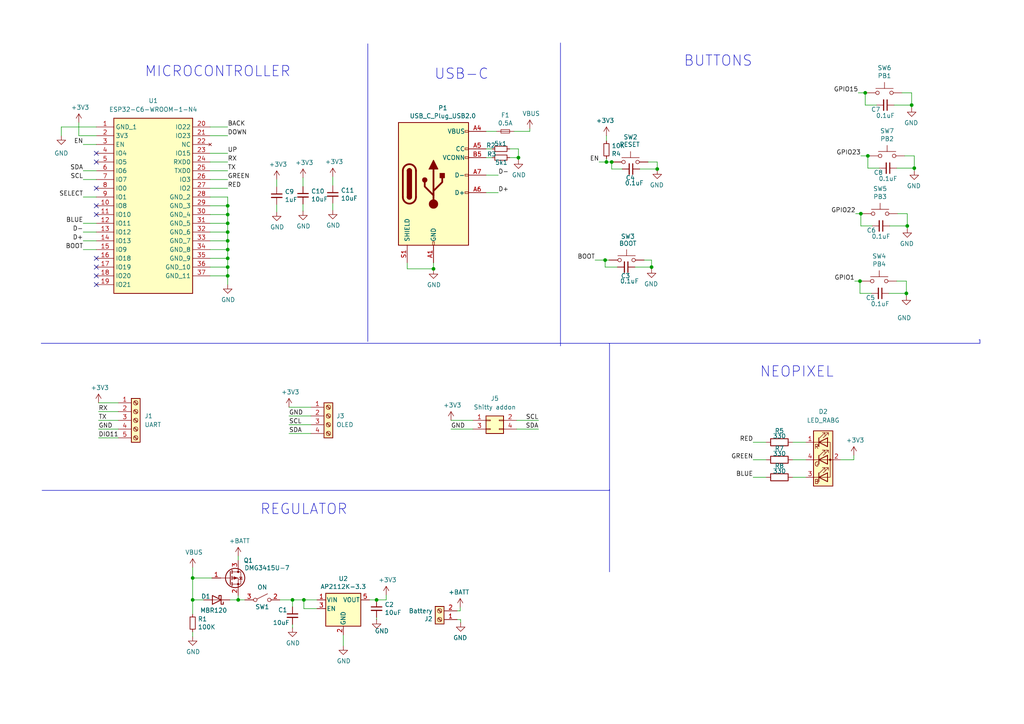
<source format=kicad_sch>
(kicad_sch (version 20231120) (generator "eeschema") (generator_version "8.0")
  (paper "A4")
  (lib_symbols
    (symbol "Connector:Screw_Terminal_01x02" (pin_names (offset 1.016) hide)
      (property "Reference" "J" (at 0 2.54 0))
      (property "Value" "Screw_Terminal_01x02" (at 0 -5.08 0))
      (symbol "Screw_Terminal_01x02_1_1"
        (rectangle (start -1.27 1.27) (end 1.27 -3.81) (stroke (width 0.254)) (fill (type background)))
        (circle (center 0 -2.54) (radius 0.635) (stroke (width 0.1524)))
        (polyline (pts (xy -0.5334 -2.2098) (xy 0.3302 -3.048)) (stroke (width 0.1524)))
        (polyline (pts (xy -0.5334 0.3302) (xy 0.3302 -0.508)) (stroke (width 0.1524)))
        (polyline (pts (xy -0.3556 -2.032) (xy 0.508 -2.8702)) (stroke (width 0.1524)))
        (polyline (pts (xy -0.3556 0.508) (xy 0.508 -0.3302)) (stroke (width 0.1524)))
        (circle (center 0 0) (radius 0.635) (stroke (width 0.1524)))
        (pin passive line (at -5.08 0 0) (length 3.81) (name "Pin_1") (number "1"))
        (pin passive line (at -5.08 -2.54 0) (length 3.81) (name "Pin_2") (number "2"))
      )
    )
    (symbol "Connector:Screw_Terminal_01x04" (pin_names (offset 1.016) hide)
      (property "Reference" "J" (at 0 5.08 0))
      (property "Value" "Screw_Terminal_01x04" (at 0 -7.62 0))
      (symbol "Screw_Terminal_01x04_1_1"
        (rectangle (start -1.27 3.81) (end 1.27 -6.35) (stroke (width 0.254)) (fill (type background)))
        (circle (center 0 -5.08) (radius 0.635) (stroke (width 0.1524)))
        (circle (center 0 -2.54) (radius 0.635) (stroke (width 0.1524)))
        (polyline (pts (xy -0.5334 -4.7498) (xy 0.3302 -5.588)) (stroke (width 0.1524)))
        (polyline (pts (xy -0.5334 -2.2098) (xy 0.3302 -3.048)) (stroke (width 0.1524)))
        (polyline (pts (xy -0.5334 0.3302) (xy 0.3302 -0.508)) (stroke (width 0.1524)))
        (polyline (pts (xy -0.5334 2.8702) (xy 0.3302 2.032)) (stroke (width 0.1524)))
        (polyline (pts (xy -0.3556 -4.572) (xy 0.508 -5.4102)) (stroke (width 0.1524)))
        (polyline (pts (xy -0.3556 -2.032) (xy 0.508 -2.8702)) (stroke (width 0.1524)))
        (polyline (pts (xy -0.3556 0.508) (xy 0.508 -0.3302)) (stroke (width 0.1524)))
        (polyline (pts (xy -0.3556 3.048) (xy 0.508 2.2098)) (stroke (width 0.1524)))
        (circle (center 0 0) (radius 0.635) (stroke (width 0.1524)))
        (circle (center 0 2.54) (radius 0.635) (stroke (width 0.1524)))
        (pin passive line (at -5.08 2.54 0) (length 3.81) (name "Pin_1") (number "1"))
        (pin passive line (at -5.08 0 0) (length 3.81) (name "Pin_2") (number "2"))
        (pin passive line (at -5.08 -2.54 0) (length 3.81) (name "Pin_3") (number "3"))
        (pin passive line (at -5.08 -5.08 0) (length 3.81) (name "Pin_4") (number "4"))
      )
    )
    (symbol "Connector:Screw_Terminal_01x05" (pin_names (offset 1.016) hide)
      (property "Reference" "J" (at 0 7.62 0))
      (property "Value" "Screw_Terminal_01x05" (at 0 -7.62 0))
      (symbol "Screw_Terminal_01x05_1_1"
        (rectangle (start -1.27 6.35) (end 1.27 -6.35) (stroke (width 0.254)) (fill (type background)))
        (circle (center 0 -5.08) (radius 0.635) (stroke (width 0.1524)))
        (circle (center 0 -2.54) (radius 0.635) (stroke (width 0.1524)))
        (polyline (pts (xy -0.5334 -4.7498) (xy 0.3302 -5.588)) (stroke (width 0.1524)))
        (polyline (pts (xy -0.5334 -2.2098) (xy 0.3302 -3.048)) (stroke (width 0.1524)))
        (polyline (pts (xy -0.5334 0.3302) (xy 0.3302 -0.508)) (stroke (width 0.1524)))
        (polyline (pts (xy -0.5334 2.8702) (xy 0.3302 2.032)) (stroke (width 0.1524)))
        (polyline (pts (xy -0.5334 5.4102) (xy 0.3302 4.572)) (stroke (width 0.1524)))
        (polyline (pts (xy -0.3556 -4.572) (xy 0.508 -5.4102)) (stroke (width 0.1524)))
        (polyline (pts (xy -0.3556 -2.032) (xy 0.508 -2.8702)) (stroke (width 0.1524)))
        (polyline (pts (xy -0.3556 0.508) (xy 0.508 -0.3302)) (stroke (width 0.1524)))
        (polyline (pts (xy -0.3556 3.048) (xy 0.508 2.2098)) (stroke (width 0.1524)))
        (polyline (pts (xy -0.3556 5.588) (xy 0.508 4.7498)) (stroke (width 0.1524)))
        (circle (center 0 0) (radius 0.635) (stroke (width 0.1524)))
        (circle (center 0 2.54) (radius 0.635) (stroke (width 0.1524)))
        (circle (center 0 5.08) (radius 0.635) (stroke (width 0.1524)))
        (pin passive line (at -5.08 5.08 0) (length 3.81) (name "Pin_1") (number "1"))
        (pin passive line (at -5.08 2.54 0) (length 3.81) (name "Pin_2") (number "2"))
        (pin passive line (at -5.08 0 0) (length 3.81) (name "Pin_3") (number "3"))
        (pin passive line (at -5.08 -2.54 0) (length 3.81) (name "Pin_4") (number "4"))
        (pin passive line (at -5.08 -5.08 0) (length 3.81) (name "Pin_5") (number "5"))
      )
    )
    (symbol "Connector_Generic:Conn_02x02_Odd_Even" (pin_names (offset 1.016) hide)
      (property "Reference" "J" (at 1.27 2.54 0))
      (property "Value" "Conn_02x02_Odd_Even" (at 1.27 -5.08 0))
      (symbol "Conn_02x02_Odd_Even_1_1"
        (rectangle (start -1.27 -2.413) (end 0 -2.667) (stroke (width 0.1524)))
        (rectangle (start -1.27 0.127) (end 0 -0.127) (stroke (width 0.1524)))
        (rectangle (start -1.27 1.27) (end 3.81 -3.81) (stroke (width 0.254)) (fill (type background)))
        (rectangle (start 3.81 -2.413) (end 2.54 -2.667) (stroke (width 0.1524)))
        (rectangle (start 3.81 0.127) (end 2.54 -0.127) (stroke (width 0.1524)))
        (pin passive line (at -5.08 0 0) (length 3.81) (name "Pin_1") (number "1"))
        (pin passive line (at 7.62 0 180) (length 3.81) (name "Pin_2") (number "2"))
        (pin passive line (at -5.08 -2.54 0) (length 3.81) (name "Pin_3") (number "3"))
        (pin passive line (at 7.62 -2.54 180) (length 3.81) (name "Pin_4") (number "4"))
      )
    )
    (symbol "Device:C_Small" (pin_numbers hide) (pin_names (offset 0.254) hide)
      (property "Reference" "C" (at 0.254 1.778 0))
      (property "Value" "C_Small" (at 0.254 -2.032 0))
      (symbol "C_Small_0_1"
        (polyline (pts (xy -1.524 -0.508) (xy 1.524 -0.508)) (stroke (width 0.3302)))
        (polyline (pts (xy -1.524 0.508) (xy 1.524 0.508)) (stroke (width 0.3048)))
      )
      (symbol "C_Small_1_1"
        (pin passive line (at 0 2.54 270) (length 2.032) (name "~") (number "1"))
        (pin passive line (at 0 -2.54 90) (length 2.032) (name "~") (number "2"))
      )
    )
    (symbol "Device:Fuse_Small" (pin_numbers hide) (pin_names (offset 0.254) hide)
      (property "Reference" "F" (at 0 -1.524 0))
      (property "Value" "Fuse_Small" (at 0 1.524 0))
      (symbol "Fuse_Small_0_1"
        (rectangle (start -1.27 0.508) (end 1.27 -0.508))
        (polyline (pts (xy -1.27 0) (xy 1.27 0)))
      )
      (symbol "Fuse_Small_1_1"
        (pin passive line (at -2.54 0 0) (length 1.27) (name "~") (number "1"))
        (pin passive line (at 2.54 0 180) (length 1.27) (name "~") (number "2"))
      )
    )
    (symbol "Device:LED_RABG" (pin_names (offset 0) hide)
      (property "Reference" "D" (at 0 9.398 0))
      (property "Value" "LED_RABG" (at 0 -8.89 0))
      (symbol "LED_RABG_0_0"
        (text "B" (at -1.905 -6.35 0) (effects (font (size 1.27 1.27))))
        (text "G" (at -1.905 -1.27 0) (effects (font (size 1.27 1.27))))
        (text "R" (at -1.905 3.81 0) (effects (font (size 1.27 1.27))))
      )
      (symbol "LED_RABG_0_1"
        (polyline (pts (xy -1.27 -5.08) (xy -2.54 -5.08)))
        (polyline (pts (xy -1.27 -5.08) (xy 1.27 -5.08)))
        (polyline (pts (xy -1.27 -3.81) (xy -1.27 -6.35)) (stroke (width 0.254)))
        (polyline (pts (xy -1.27 0) (xy -2.54 0)))
        (polyline (pts (xy -1.27 1.27) (xy -1.27 -1.27)) (stroke (width 0.254)))
        (polyline (pts (xy -1.27 5.08) (xy -2.54 5.08)))
        (polyline (pts (xy -1.27 5.08) (xy 1.27 5.08)))
        (polyline (pts (xy -1.27 6.35) (xy -1.27 3.81)) (stroke (width 0.254)))
        (polyline (pts (xy 1.27 0) (xy -1.27 0)))
        (polyline (pts (xy 1.27 0) (xy 2.54 0)))
        (polyline (pts (xy -1.27 1.27) (xy -1.27 -1.27) (xy -1.27 -1.27)))
        (polyline (pts (xy -1.27 6.35) (xy -1.27 3.81) (xy -1.27 3.81)))
        (polyline (pts (xy 1.27 -5.08) (xy 2.032 -5.08) (xy 2.032 5.08) (xy 1.27 5.08)))
        (polyline (pts (xy 1.27 -3.81) (xy 1.27 -6.35) (xy -1.27 -5.08) (xy 1.27 -3.81)) (stroke (width 0.254)))
        (polyline (pts (xy 1.27 1.27) (xy 1.27 -1.27) (xy -1.27 0) (xy 1.27 1.27)) (stroke (width 0.254)))
        (polyline (pts (xy 1.27 6.35) (xy 1.27 3.81) (xy -1.27 5.08) (xy 1.27 6.35)) (stroke (width 0.254)))
        (polyline (pts (xy -1.016 -3.81) (xy 0.508 -2.286) (xy -0.254 -2.286) (xy 0.508 -2.286) (xy 0.508 -3.048)))
        (polyline (pts (xy -1.016 1.27) (xy 0.508 2.794) (xy -0.254 2.794) (xy 0.508 2.794) (xy 0.508 2.032)))
        (polyline (pts (xy -1.016 6.35) (xy 0.508 7.874) (xy -0.254 7.874) (xy 0.508 7.874) (xy 0.508 7.112)))
        (polyline (pts (xy 0 -3.81) (xy 1.524 -2.286) (xy 0.762 -2.286) (xy 1.524 -2.286) (xy 1.524 -3.048)))
        (polyline (pts (xy 0 1.27) (xy 1.524 2.794) (xy 0.762 2.794) (xy 1.524 2.794) (xy 1.524 2.032)))
        (polyline (pts (xy 0 6.35) (xy 1.524 7.874) (xy 0.762 7.874) (xy 1.524 7.874) (xy 1.524 7.112)))
        (rectangle (start 1.27 -1.27) (end 1.27 1.27))
        (rectangle (start 1.27 1.27) (end 1.27 1.27))
        (rectangle (start 1.27 3.81) (end 1.27 6.35))
        (rectangle (start 1.27 6.35) (end 1.27 6.35))
        (circle (center 2.032 0) (radius 0.254) (fill (type outline)))
        (rectangle (start 2.794 8.382) (end -2.794 -7.62) (stroke (width 0.254)) (fill (type background)))
      )
      (symbol "LED_RABG_1_1"
        (pin passive line (at -5.08 5.08 0) (length 2.54) (name "RK") (number "1"))
        (pin passive line (at 5.08 0 180) (length 2.54) (name "A") (number "2"))
        (pin passive line (at -5.08 -5.08 0) (length 2.54) (name "BK") (number "3"))
        (pin passive line (at -5.08 0 0) (length 2.54) (name "GK") (number "4"))
      )
    )
    (symbol "Device:Q_PMOS_GSD" (pin_names (offset 0) hide)
      (property "Reference" "Q" (at 5.08 1.27 0))
      (property "Value" "Q_PMOS_GSD" (at 5.08 -1.27 0))
      (symbol "Q_PMOS_GSD_0_1"
        (polyline (pts (xy 0.254 0) (xy -2.54 0)))
        (polyline (pts (xy 0.254 1.905) (xy 0.254 -1.905)) (stroke (width 0.254)))
        (polyline (pts (xy 0.762 -1.27) (xy 0.762 -2.286)) (stroke (width 0.254)))
        (polyline (pts (xy 0.762 0.508) (xy 0.762 -0.508)) (stroke (width 0.254)))
        (polyline (pts (xy 0.762 2.286) (xy 0.762 1.27)) (stroke (width 0.254)))
        (polyline (pts (xy 2.54 2.54) (xy 2.54 1.778)))
        (polyline (pts (xy 2.54 -2.54) (xy 2.54 0) (xy 0.762 0)))
        (polyline (pts (xy 0.762 1.778) (xy 3.302 1.778) (xy 3.302 -1.778) (xy 0.762 -1.778)))
        (polyline (pts (xy 2.286 0) (xy 1.27 0.381) (xy 1.27 -0.381) (xy 2.286 0)) (fill (type outline)))
        (polyline (pts (xy 2.794 -0.508) (xy 2.921 -0.381) (xy 3.683 -0.381) (xy 3.81 -0.254)))
        (polyline (pts (xy 3.302 -0.381) (xy 2.921 0.254) (xy 3.683 0.254) (xy 3.302 -0.381)))
        (circle (center 1.651 0) (radius 2.794) (stroke (width 0.254)))
        (circle (center 2.54 -1.778) (radius 0.254) (fill (type outline)))
        (circle (center 2.54 1.778) (radius 0.254) (fill (type outline)))
      )
      (symbol "Q_PMOS_GSD_1_1"
        (pin input line (at -5.08 0 0) (length 2.54) (name "G") (number "1"))
        (pin passive line (at 2.54 -5.08 90) (length 2.54) (name "S") (number "2"))
        (pin passive line (at 2.54 5.08 270) (length 2.54) (name "D") (number "3"))
      )
    )
    (symbol "Device:R" (pin_numbers hide) (pin_names (offset 0))
      (property "Reference" "R" (at 2.032 0 90))
      (property "Value" "R" (at 0 0 90))
      (symbol "R_0_1"
        (rectangle (start -1.016 -2.54) (end 1.016 2.54) (stroke (width 0.254)))
      )
      (symbol "R_1_1"
        (pin passive line (at 0 3.81 270) (length 1.27) (name "~") (number "1"))
        (pin passive line (at 0 -3.81 90) (length 1.27) (name "~") (number "2"))
      )
    )
    (symbol "Device:R_Small" (pin_numbers hide) (pin_names (offset 0.254) hide)
      (property "Reference" "R" (at 0.762 0.508 0))
      (property "Value" "R_Small" (at 0.762 -1.016 0))
      (symbol "R_Small_0_1"
        (rectangle (start -0.762 1.778) (end 0.762 -1.778) (stroke (width 0.2032)))
      )
      (symbol "R_Small_1_1"
        (pin passive line (at 0 2.54 270) (length 0.762) (name "~") (number "1"))
        (pin passive line (at 0 -2.54 90) (length 0.762) (name "~") (number "2"))
      )
    )
    (symbol "Diode:MBR340" (pin_numbers hide) (pin_names (offset 1.016) hide)
      (property "Reference" "D" (at 0 2.54 0))
      (property "Value" "MBR340" (at 0 -2.54 0))
      (symbol "MBR340_0_1"
        (polyline (pts (xy 1.27 0) (xy -1.27 0)))
        (polyline (pts (xy 1.27 1.27) (xy 1.27 -1.27) (xy -1.27 0) (xy 1.27 1.27)) (stroke (width 0.254)))
        (polyline (pts (xy -1.905 0.635) (xy -1.905 1.27) (xy -1.27 1.27) (xy -1.27 -1.27) (xy -0.635 -1.27) (xy -0.635 -0.635)) (stroke (width 0.254)))
      )
      (symbol "MBR340_1_1"
        (pin passive line (at -3.81 0 0) (length 2.54) (name "K") (number "1"))
        (pin passive line (at 3.81 0 180) (length 2.54) (name "A") (number "2"))
      )
    )
    (symbol "ESP32-C6-WROOM-1-N4:ESP32-C6-WROOM-1-N4"
      (property "Reference" "IC" (at 29.21 7.62 0))
      (property "Value" "ESP32-C6-WROOM-1-N4" (at 29.21 5.08 0))
      (symbol "ESP32-C6-WROOM-1-N4_1_1"
        (rectangle (start 5.08 2.54) (end 27.94 -48.26) (stroke (width 0.254)) (fill (type background)))
        (pin passive line (at 0 0 0) (length 5.08) (name "GND_1") (number "1"))
        (pin passive line (at 0 -22.86 0) (length 5.08) (name "IO8") (number "10"))
        (pin passive line (at 0 -25.4 0) (length 5.08) (name "IO10") (number "11"))
        (pin passive line (at 0 -27.94 0) (length 5.08) (name "IO11") (number "12"))
        (pin passive line (at 0 -30.48 0) (length 5.08) (name "IO12") (number "13"))
        (pin passive line (at 0 -33.02 0) (length 5.08) (name "IO13") (number "14"))
        (pin passive line (at 0 -35.56 0) (length 5.08) (name "IO9") (number "15"))
        (pin passive line (at 0 -38.1 0) (length 5.08) (name "IO18") (number "16"))
        (pin passive line (at 0 -40.64 0) (length 5.08) (name "IO19") (number "17"))
        (pin passive line (at 0 -43.18 0) (length 5.08) (name "IO20") (number "18"))
        (pin passive line (at 0 -45.72 0) (length 5.08) (name "IO21") (number "19"))
        (pin passive line (at 0 -2.54 0) (length 5.08) (name "3V3") (number "2"))
        (pin passive line (at 33.02 0 180) (length 5.08) (name "IO22") (number "20"))
        (pin passive line (at 33.02 -2.54 180) (length 5.08) (name "IO23") (number "21"))
        (pin no_connect line (at 33.02 -5.08 180) (length 5.08) (name "NC") (number "22"))
        (pin passive line (at 33.02 -7.62 180) (length 5.08) (name "IO15") (number "23"))
        (pin passive line (at 33.02 -10.16 180) (length 5.08) (name "RXD0") (number "24"))
        (pin passive line (at 33.02 -12.7 180) (length 5.08) (name "TXD0") (number "25"))
        (pin passive line (at 33.02 -15.24 180) (length 5.08) (name "IO3") (number "26"))
        (pin passive line (at 33.02 -17.78 180) (length 5.08) (name "IO2") (number "27"))
        (pin passive line (at 33.02 -20.32 180) (length 5.08) (name "GND_2") (number "28"))
        (pin passive line (at 33.02 -22.86 180) (length 5.08) (name "GND_3") (number "29"))
        (pin passive line (at 0 -5.08 0) (length 5.08) (name "EN") (number "3"))
        (pin passive line (at 33.02 -25.4 180) (length 5.08) (name "GND_4") (number "30"))
        (pin passive line (at 33.02 -27.94 180) (length 5.08) (name "GND_5") (number "31"))
        (pin passive line (at 33.02 -30.48 180) (length 5.08) (name "GND_6") (number "32"))
        (pin passive line (at 33.02 -33.02 180) (length 5.08) (name "GND_7") (number "33"))
        (pin passive line (at 33.02 -35.56 180) (length 5.08) (name "GND_8") (number "34"))
        (pin passive line (at 33.02 -38.1 180) (length 5.08) (name "GND_9") (number "35"))
        (pin passive line (at 33.02 -40.64 180) (length 5.08) (name "GND_10") (number "36"))
        (pin passive line (at 33.02 -43.18 180) (length 5.08) (name "GND_11") (number "37"))
        (pin passive line (at 0 -7.62 0) (length 5.08) (name "IO4") (number "4"))
        (pin passive line (at 0 -10.16 0) (length 5.08) (name "IO5") (number "5"))
        (pin passive line (at 0 -12.7 0) (length 5.08) (name "IO6") (number "6"))
        (pin passive line (at 0 -15.24 0) (length 5.08) (name "IO7") (number "7"))
        (pin passive line (at 0 -17.78 0) (length 5.08) (name "IO0") (number "8"))
        (pin passive line (at 0 -20.32 0) (length 5.08) (name "IO1") (number "9"))
      )
    )
    (symbol "HunterCat-NFC-rescue:AP2112K-3.3-Regulator_Linear" (pin_names (offset 0.254))
      (property "Reference" "U" (at -5.08 5.715 0))
      (property "Value" "AP2112K-3.3-Regulator_Linear" (at 0 5.715 0))
      (symbol "AP2112K-3.3-Regulator_Linear_0_1"
        (rectangle (start -5.08 4.445) (end 5.08 -5.08) (stroke (width 0.254)) (fill (type background)))
      )
      (symbol "AP2112K-3.3-Regulator_Linear_1_1"
        (pin power_in line (at -7.62 2.54 0) (length 2.54) (name "VIN") (number "1"))
        (pin power_in line (at 0 -7.62 90) (length 2.54) (name "GND") (number "2"))
        (pin input line (at -7.62 0 0) (length 2.54) (name "EN") (number "3"))
        (pin no_connect line (at 7.62 0 180) (length 2.54) hide (name "NC") (number "4"))
        (pin power_out line (at 7.62 2.54 180) (length 2.54) (name "VOUT") (number "5"))
      )
    )
    (symbol "HunterCat-NFC-rescue:USB_C_Plug_USB2.0-Connector" (pin_names (offset 1.016))
      (property "Reference" "P" (at -10.16 19.05 0))
      (property "Value" "USB_C_Plug_USB2.0-Connector" (at 12.7 19.05 0))
      (symbol "USB_C_Plug_USB2.0-Connector_0_0"
        (rectangle (start -0.254 -17.78) (end 0.254 -16.764))
        (rectangle (start 10.16 -2.286) (end 9.144 -2.794))
        (rectangle (start 10.16 2.794) (end 9.144 2.286))
        (rectangle (start 10.16 7.874) (end 9.144 7.366))
        (rectangle (start 10.16 10.414) (end 9.144 9.906))
        (rectangle (start 10.16 15.494) (end 9.144 14.986))
      )
      (symbol "USB_C_Plug_USB2.0-Connector_0_1"
        (rectangle (start -10.16 17.78) (end 10.16 -17.78) (stroke (width 0.254)) (fill (type background)))
        (arc (start -8.89 -3.81) (mid -6.985 -5.7067) (end -5.08 -3.81) (stroke (width 0.508)))
        (arc (start -7.62 -3.81) (mid -6.985 -4.4423) (end -6.35 -3.81) (stroke (width 0.254)))
        (arc (start -7.62 -3.81) (mid -6.985 -4.4423) (end -6.35 -3.81) (stroke (width 0.254)) (fill (type outline)))
        (rectangle (start -7.62 -3.81) (end -6.35 3.81) (stroke (width 0.254)) (fill (type outline)))
        (arc (start -6.35 3.81) (mid -6.985 4.4423) (end -7.62 3.81) (stroke (width 0.254)))
        (arc (start -6.35 3.81) (mid -6.985 4.4423) (end -7.62 3.81) (stroke (width 0.254)) (fill (type outline)))
        (arc (start -5.08 3.81) (mid -6.985 5.7067) (end -8.89 3.81) (stroke (width 0.508)))
        (circle (center -2.54 1.143) (radius 0.635) (stroke (width 0.254)) (fill (type outline)))
        (circle (center 0 -5.842) (radius 1.27) (fill (type outline)))
        (polyline (pts (xy -8.89 -3.81) (xy -8.89 3.81)) (stroke (width 0.508)))
        (polyline (pts (xy -5.08 3.81) (xy -5.08 -3.81)) (stroke (width 0.508)))
        (polyline (pts (xy 0 -5.842) (xy 0 4.318)) (stroke (width 0.508)))
        (polyline (pts (xy 0 -3.302) (xy -2.54 -0.762) (xy -2.54 0.508)) (stroke (width 0.508)))
        (polyline (pts (xy 0 -2.032) (xy 2.54 0.508) (xy 2.54 1.778)) (stroke (width 0.508)))
        (polyline (pts (xy -1.27 4.318) (xy 0 6.858) (xy 1.27 4.318) (xy -1.27 4.318)) (stroke (width 0.254)) (fill (type outline)))
        (rectangle (start 1.905 1.778) (end 3.175 3.048) (stroke (width 0.254)) (fill (type outline)))
      )
      (symbol "USB_C_Plug_USB2.0-Connector_1_1"
        (pin power_in line (at 0 -22.86 90) (length 5.08) (name "GND") (number "A1"))
        (pin passive line (at 0 -22.86 90) (length 5.08) hide (name "GND") (number "A12"))
        (pin power_in line (at 15.24 15.24 180) (length 5.08) (name "VBUS") (number "A4"))
        (pin bidirectional line (at 15.24 10.16 180) (length 5.08) (name "CC") (number "A5"))
        (pin bidirectional line (at 15.24 -2.54 180) (length 5.08) (name "D+") (number "A6"))
        (pin bidirectional line (at 15.24 2.54 180) (length 5.08) (name "D-") (number "A7"))
        (pin passive line (at 15.24 15.24 180) (length 5.08) hide (name "VBUS") (number "A9"))
        (pin passive line (at 0 -22.86 90) (length 5.08) hide (name "GND") (number "B1"))
        (pin passive line (at 0 -22.86 90) (length 5.08) hide (name "GND") (number "B12"))
        (pin passive line (at 15.24 15.24 180) (length 5.08) hide (name "VBUS") (number "B4"))
        (pin bidirectional line (at 15.24 7.62 180) (length 5.08) (name "VCONN") (number "B5"))
        (pin passive line (at 15.24 15.24 180) (length 5.08) hide (name "VBUS") (number "B9"))
        (pin passive line (at -7.62 -22.86 90) (length 5.08) (name "SHIELD") (number "S1"))
      )
    )
    (symbol "Switch:SW_Push" (pin_numbers hide) (pin_names (offset 1.016) hide)
      (property "Reference" "SW" (at 1.27 2.54 0))
      (property "Value" "SW_Push" (at 0 -1.524 0))
      (symbol "SW_Push_0_1"
        (circle (center -2.032 0) (radius 0.508))
        (polyline (pts (xy 0 1.27) (xy 0 3.048)))
        (polyline (pts (xy 2.54 1.27) (xy -2.54 1.27)))
        (circle (center 2.032 0) (radius 0.508))
        (pin passive line (at -5.08 0 0) (length 2.54) (name "1") (number "1"))
        (pin passive line (at 5.08 0 180) (length 2.54) (name "2") (number "2"))
      )
    )
    (symbol "Switch:SW_SPST" (pin_names (offset 0) hide)
      (property "Reference" "SW1" (at 0 -2.032 0))
      (property "Value" "ON" (at 0 3.6576 0))
      (symbol "SW_SPST_0_0"
        (circle (center -2.032 0) (radius 0.508))
        (polyline (pts (xy -1.524 0.254) (xy 1.524 1.778)))
        (circle (center 2.032 0) (radius 0.508))
      )
      (symbol "SW_SPST_1_1"
        (pin passive line (at 5.08 0 180) (length 2.54) (name "B") (number "2"))
        (pin passive line (at -5.08 0 0) (length 2.54) (name "A") (number "3"))
      )
    )
    (symbol "power:+3V3" (power) (pin_names (offset 0))
      (property "Value" "+3V3" (at 0 3.556 0))
      (symbol "+3V3_0_1"
        (polyline (pts (xy -0.762 1.27) (xy 0 2.54)))
        (polyline (pts (xy 0 0) (xy 0 2.54)))
        (polyline (pts (xy 0 2.54) (xy 0.762 1.27)))
      )
      (symbol "+3V3_1_1"
        (pin power_in line (at 0 0 90) (length 0) hide (name "+3V3") (number "1"))
      )
    )
    (symbol "power:+BATT" (power) (pin_names (offset 0))
      (property "Value" "+BATT" (at 0 3.556 0))
      (symbol "+BATT_0_1"
        (polyline (pts (xy -0.762 1.27) (xy 0 2.54)))
        (polyline (pts (xy 0 0) (xy 0 2.54)))
        (polyline (pts (xy 0 2.54) (xy 0.762 1.27)))
      )
      (symbol "+BATT_1_1"
        (pin power_in line (at 0 0 90) (length 0) hide (name "+BATT") (number "1"))
      )
    )
    (symbol "power:GND" (power) (pin_numbers hide) (pin_names (offset 0) hide)
      (property "Value" "GND" (at 0 -3.81 0))
      (symbol "GND_0_1"
        (polyline (pts (xy 0 0) (xy 0 -1.27) (xy 1.27 -1.27) (xy 0 -2.54) (xy -1.27 -1.27) (xy 0 -1.27)))
      )
      (symbol "GND_1_1"
        (pin power_in line (at 0 0 270) (length 0) (name "~") (number "1"))
      )
    )
    (symbol "power:VBUS" (power) (pin_names (offset 0))
      (property "Value" "VBUS" (at 0 3.81 0))
      (symbol "VBUS_0_1"
        (polyline (pts (xy -0.762 1.27) (xy 0 2.54)))
        (polyline (pts (xy 0 0) (xy 0 2.54)))
        (polyline (pts (xy 0 2.54) (xy 0.762 1.27)))
      )
      (symbol "VBUS_1_1"
        (pin power_in line (at 0 0 90) (length 0) hide (name "VBUS") (number "1"))
      )
    )
  )
  (junction (at 262.89 85.09))
  (junction (at 66.04 74.93))
  (junction (at 55.88 167.64))
  (junction (at 175.895 46.99))
  (junction (at 69.088 173.99))
  (junction (at 66.04 80.01))
  (junction (at 188.976 77.47))
  (junction (at 263.144 65.532))
  (junction (at 84.836 173.99))
  (junction (at 190.627 49.022))
  (junction (at 66.04 59.69))
  (junction (at 175.514 75.438))
  (junction (at 88.138 173.99))
  (junction (at 66.04 69.85))
  (junction (at 66.04 77.47))
  (junction (at 55.88 173.99))
  (junction (at 150.368 45.72))
  (junction (at 264.414 30.48))
  (junction (at 249.428 81.534))
  (junction (at 109.22 173.99))
  (junction (at 251.714 45.212))
  (junction (at 177.419 46.99))
  (junction (at 265.176 48.768))
  (junction (at 66.04 62.23))
  (junction (at 66.04 72.39))
  (junction (at 66.04 67.31))
  (junction (at 66.04 64.77))
  (junction (at 250.952 26.924))
  (junction (at 249.682 61.976))
  (junction (at 125.73 77.978))
  (no_connect (at 27.94 62.23))
  (no_connect (at 27.94 82.55))
  (no_connect (at 27.94 44.45))
  (no_connect (at 27.94 46.99))
  (no_connect (at 27.94 74.93))
  (no_connect (at 27.94 54.61))
  (no_connect (at 27.94 59.69))
  (no_connect (at 27.94 77.47))
  (no_connect (at 27.94 80.01))
  (polyline (pts (xy 284.226 99.06) (xy 284.226 98.552)))
  (wire (pts (xy 88.138 173.99) (xy 91.948 173.99)))
  (wire (pts (xy 66.04 36.83) (xy 60.96 36.83)))
  (wire (pts (xy 66.04 72.39) (xy 66.04 74.93)))
  (wire (pts (xy 66.04 62.23) (xy 66.04 64.77)))
  (wire (pts (xy 252.73 85.09) (xy 249.428 85.09)))
  (wire (pts (xy 28.575 119.38) (xy 34.29 119.38)))
  (wire (pts (xy 133.477 177.165) (xy 133.477 176.149)))
  (wire (pts (xy 125.73 76.2) (xy 125.73 77.978)))
  (wire (pts (xy 218.44 128.27) (xy 222.25 128.27)))
  (wire (pts (xy 60.96 74.93) (xy 66.04 74.93)))
  (polyline (pts (xy 12.192 142.24) (xy 176.784 142.24)))
  (wire (pts (xy 140.97 43.18) (xy 142.748 43.18)))
  (wire (pts (xy 87.884 59.182) (xy 87.884 61.214)))
  (wire (pts (xy 247.65 133.35) (xy 243.84 133.35)))
  (wire (pts (xy 66.04 74.93) (xy 66.04 77.47)))
  (wire (pts (xy 60.96 72.39) (xy 66.04 72.39)))
  (wire (pts (xy 218.44 138.43) (xy 222.25 138.43)))
  (wire (pts (xy 265.176 48.768) (xy 260.096 48.768)))
  (wire (pts (xy 24.13 41.91) (xy 27.94 41.91)))
  (polyline (pts (xy 106.68 12.7) (xy 106.68 99.06)))
  (wire (pts (xy 179.07 77.47) (xy 175.514 77.47)))
  (wire (pts (xy 190.627 49.022) (xy 185.547 49.022)))
  (wire (pts (xy 180.467 49.022) (xy 177.419 49.022)))
  (wire (pts (xy 66.04 54.61) (xy 60.96 54.61)))
  (wire (pts (xy 60.96 77.47) (xy 66.04 77.47)))
  (wire (pts (xy 60.96 57.15) (xy 66.04 57.15)))
  (wire (pts (xy 247.65 133.35) (xy 247.65 132.08)))
  (wire (pts (xy 83.82 123.19) (xy 90.17 123.19)))
  (wire (pts (xy 81.153 173.99) (xy 84.836 173.99)))
  (wire (pts (xy 229.87 133.35) (xy 233.68 133.35)))
  (wire (pts (xy 188.976 75.438) (xy 188.976 77.47)))
  (wire (pts (xy 60.96 62.23) (xy 66.04 62.23)))
  (wire (pts (xy 218.44 133.35) (xy 222.25 133.35)))
  (wire (pts (xy 177.419 46.99) (xy 175.895 46.99)))
  (wire (pts (xy 261.62 26.924) (xy 264.414 26.924)))
  (wire (pts (xy 28.575 124.46) (xy 34.29 124.46)))
  (wire (pts (xy 28.575 127) (xy 34.29 127)))
  (wire (pts (xy 60.96 64.77) (xy 66.04 64.77)))
  (wire (pts (xy 264.414 30.48) (xy 264.414 31.242)))
  (wire (pts (xy 251.714 45.212) (xy 249.682 45.212)))
  (wire (pts (xy 60.96 67.31) (xy 66.04 67.31)))
  (wire (pts (xy 176.657 75.438) (xy 175.514 75.438)))
  (wire (pts (xy 66.04 80.01) (xy 66.04 82.55)))
  (wire (pts (xy 150.368 45.72) (xy 150.368 46.355)))
  (wire (pts (xy 55.88 173.99) (xy 55.88 178.181)))
  (wire (pts (xy 17.78 36.83) (xy 27.94 36.83)))
  (wire (pts (xy 188.976 77.47) (xy 184.15 77.47)))
  (wire (pts (xy 24.13 49.53) (xy 27.94 49.53)))
  (wire (pts (xy 66.04 59.69) (xy 66.04 62.23)))
  (wire (pts (xy 251.714 48.768) (xy 251.714 45.212)))
  (polyline (pts (xy 162.56 12.446) (xy 162.56 100.33)))
  (wire (pts (xy 80.264 59.309) (xy 80.264 61.468)))
  (wire (pts (xy 66.04 52.07) (xy 60.96 52.07)))
  (wire (pts (xy 55.88 167.64) (xy 55.88 164.592)))
  (wire (pts (xy 24.13 67.31) (xy 27.94 67.31)))
  (wire (pts (xy 262.89 85.09) (xy 262.89 85.852)))
  (wire (pts (xy 22.86 39.37) (xy 27.94 39.37)))
  (wire (pts (xy 262.382 45.212) (xy 265.176 45.212)))
  (wire (pts (xy 260.35 61.976) (xy 263.144 61.976)))
  (wire (pts (xy 61.468 167.64) (xy 55.88 167.64)))
  (wire (pts (xy 140.97 55.88) (xy 144.526 55.88)))
  (wire (pts (xy 175.514 77.47) (xy 175.514 75.438)))
  (wire (pts (xy 249.428 81.534) (xy 247.904 81.534)))
  (wire (pts (xy 83.82 118.11) (xy 90.17 118.11)))
  (wire (pts (xy 55.88 173.99) (xy 55.88 167.64)))
  (wire (pts (xy 66.04 67.31) (xy 66.04 69.85)))
  (wire (pts (xy 262.89 81.534) (xy 262.89 85.09)))
  (polyline (pts (xy 176.784 142.24) (xy 176.784 141.986)))
  (wire (pts (xy 250.952 26.924) (xy 248.92 26.924)))
  (wire (pts (xy 264.414 30.48) (xy 259.334 30.48)))
  (wire (pts (xy 153.67 38.1) (xy 153.67 37.338)))
  (polyline (pts (xy 11.938 99.568) (xy 284.226 99.568)))
  (wire (pts (xy 60.96 59.69) (xy 66.04 59.69)))
  (wire (pts (xy 69.088 173.99) (xy 66.675 173.99)))
  (wire (pts (xy 24.13 64.77) (xy 27.94 64.77)))
  (wire (pts (xy 66.04 64.77) (xy 66.04 67.31)))
  (wire (pts (xy 17.78 36.83) (xy 17.78 39.37)))
  (wire (pts (xy 147.828 43.18) (xy 150.368 43.18)))
  (wire (pts (xy 150.368 43.18) (xy 150.368 45.72)))
  (wire (pts (xy 69.088 172.72) (xy 69.088 173.99)))
  (wire (pts (xy 254.254 30.48) (xy 250.952 30.48)))
  (wire (pts (xy 263.144 61.976) (xy 263.144 65.532)))
  (wire (pts (xy 249.682 65.532) (xy 249.682 61.976)))
  (wire (pts (xy 132.588 179.705) (xy 133.604 179.705)))
  (wire (pts (xy 118.11 76.2) (xy 118.11 77.978)))
  (wire (pts (xy 118.11 77.978) (xy 125.73 77.978)))
  (polyline (pts (xy 284.226 99.06) (xy 284.226 99.568)))
  (wire (pts (xy 84.836 173.99) (xy 88.138 173.99)))
  (wire (pts (xy 252.984 65.532) (xy 249.682 65.532)))
  (wire (pts (xy 69.088 162.56) (xy 69.088 161.29)))
  (wire (pts (xy 262.89 85.09) (xy 257.81 85.09)))
  (wire (pts (xy 140.97 38.1) (xy 144.018 38.1)))
  (wire (pts (xy 83.82 120.65) (xy 90.17 120.65)))
  (wire (pts (xy 252.222 45.212) (xy 251.714 45.212)))
  (wire (pts (xy 24.13 69.85) (xy 27.94 69.85)))
  (wire (pts (xy 66.04 57.15) (xy 66.04 59.69)))
  (wire (pts (xy 60.96 80.01) (xy 66.04 80.01)))
  (wire (pts (xy 60.96 69.85) (xy 66.04 69.85)))
  (wire (pts (xy 132.588 177.165) (xy 133.477 177.165)))
  (wire (pts (xy 70.993 173.99) (xy 69.088 173.99)))
  (polyline (pts (xy 176.784 165.862) (xy 176.784 99.568)))
  (wire (pts (xy 133.604 179.705) (xy 133.604 180.594)))
  (wire (pts (xy 24.13 72.39) (xy 27.94 72.39)))
  (wire (pts (xy 84.836 176.022) (xy 84.836 173.99)))
  (wire (pts (xy 177.419 49.022) (xy 177.419 46.99)))
  (wire (pts (xy 249.428 85.09) (xy 249.428 81.534)))
  (wire (pts (xy 250.952 30.48) (xy 250.952 26.924)))
  (wire (pts (xy 175.895 45.974) (xy 175.895 46.99)))
  (wire (pts (xy 55.88 183.261) (xy 55.88 184.658)))
  (wire (pts (xy 96.52 58.928) (xy 96.52 60.96)))
  (wire (pts (xy 156.21 124.46) (xy 149.86 124.46)))
  (wire (pts (xy 175.895 39.37) (xy 175.895 40.894)))
  (wire (pts (xy 22.86 35.56) (xy 22.86 39.37)))
  (wire (pts (xy 125.73 77.978) (xy 125.73 78.232)))
  (wire (pts (xy 263.144 65.532) (xy 258.064 65.532)))
  (wire (pts (xy 140.97 45.72) (xy 142.748 45.72)))
  (wire (pts (xy 249.682 61.976) (xy 248.158 61.976)))
  (wire (pts (xy 87.884 51.562) (xy 87.884 54.102)))
  (wire (pts (xy 66.04 69.85) (xy 66.04 72.39)))
  (wire (pts (xy 260.096 81.534) (xy 262.89 81.534)))
  (wire (pts (xy 66.04 44.45) (xy 60.96 44.45)))
  (wire (pts (xy 156.21 121.92) (xy 149.86 121.92)))
  (wire (pts (xy 24.13 52.07) (xy 27.94 52.07)))
  (wire (pts (xy 140.97 50.8) (xy 144.526 50.8)))
  (wire (pts (xy 175.514 75.438) (xy 172.593 75.438)))
  (wire (pts (xy 59.055 173.99) (xy 55.88 173.99)))
  (wire (pts (xy 99.568 184.15) (xy 99.568 187.325)))
  (wire (pts (xy 147.828 45.72) (xy 150.368 45.72)))
  (wire (pts (xy 84.836 181.102) (xy 84.836 182.118)))
  (wire (pts (xy 175.895 46.99) (xy 173.7614 46.99)))
  (wire (pts (xy 190.627 49.022) (xy 190.627 49.276)))
  (wire (pts (xy 250.19 61.976) (xy 249.682 61.976)))
  (wire (pts (xy 96.52 51.308) (xy 96.52 53.848)))
  (wire (pts (xy 265.176 48.768) (xy 265.176 49.53)))
  (wire (pts (xy 190.627 46.99) (xy 190.627 49.022)))
  (wire (pts (xy 265.176 45.212) (xy 265.176 48.768)))
  (wire (pts (xy 188.976 77.47) (xy 188.976 77.978)))
  (wire (pts (xy 186.817 75.438) (xy 188.976 75.438)))
  (wire (pts (xy 130.81 124.46) (xy 137.16 124.46)))
  (polyline (pts (xy 283.972 98.552) (xy 284.226 98.552)))
  (wire (pts (xy 107.188 173.99) (xy 109.22 173.99)))
  (wire (pts (xy 80.264 52.07) (xy 80.264 54.229)))
  (wire (pts (xy 66.04 39.37) (xy 60.96 39.37)))
  (wire (pts (xy 251.46 26.924) (xy 250.952 26.924)))
  (wire (pts (xy 264.414 26.924) (xy 264.414 30.48)))
  (wire (pts (xy 88.138 176.53) (xy 91.948 176.53)))
  (wire (pts (xy 112.014 173.99) (xy 112.014 172.593)))
  (wire (pts (xy 263.144 65.532) (xy 263.144 66.294)))
  (wire (pts (xy 88.138 176.53) (xy 88.138 173.99)))
  (wire (pts (xy 109.22 173.99) (xy 112.014 173.99)))
  (wire (pts (xy 66.04 49.53) (xy 60.96 49.53)))
  (wire (pts (xy 229.87 128.27) (xy 233.68 128.27)))
  (wire (pts (xy 28.575 116.84) (xy 34.29 116.84)))
  (wire (pts (xy 249.936 81.534) (xy 249.428 81.534)))
  (wire (pts (xy 187.96 46.99) (xy 190.627 46.99)))
  (wire (pts (xy 229.87 138.43) (xy 233.68 138.43)))
  (wire (pts (xy 130.81 121.92) (xy 137.16 121.92)))
  (wire (pts (xy 83.82 125.73) (xy 90.17 125.73)))
  (wire (pts (xy 177.8 46.99) (xy 177.419 46.99)))
  (polyline (pts (xy 176.784 99.568) (xy 176.53 99.568)))
  (wire (pts (xy 149.098 38.1) (xy 153.67 38.1)))
  (wire (pts (xy 255.016 48.768) (xy 251.714 48.768)))
  (wire (pts (xy 24.13 57.15) (xy 27.94 57.15)))
  (wire (pts (xy 28.575 121.92) (xy 34.29 121.92)))
  (wire (pts (xy 66.04 77.47) (xy 66.04 80.01)))
  (wire (pts (xy 109.22 179.07) (xy 109.22 179.705)))
  (wire (pts (xy 66.04 46.99) (xy 60.96 46.99)))
  (text "USB-C" (at 133.858 21.59 0) (effects (font (size 3 3))))
  (text "NEOPIXEL" (at 231.14 107.95 0) (effects (font (size 3 3))))
  (text "REGULATOR" (at 88.138 147.828 0) (effects (font (size 3 3))))
  (text "BUTTONS" (at 208.28 17.78 0) (effects (font (size 3 3))))
  (text "MICROCONTROLLER" (at 41.91 22.606 0) (effects (font (size 3 3)) (justify left bottom)))
  (label "BLUE" (at 218.44 138.43 180))
  (label "GPIO22" (at 248.158 61.976 180))
  (label "DOWN" (at 66.04 39.37 0))
  (label "SCL" (at 156.21 121.92 180))
  (label "RED" (at 66.04 54.61 0))
  (label "GREEN" (at 66.04 52.07 0))
  (label "BOOT" (at 24.13 72.39 180))
  (label "TX" (at 66.04 49.53 0))
  (label "D-" (at 24.13 67.31 180))
  (label "GREEN" (at 218.44 133.35 180))
  (label "SDA" (at 156.21 124.46 180))
  (label "EN" (at 173.7614 46.99 180))
  (label "SDA" (at 83.82 125.73 0))
  (label "GPIO15" (at 248.92 26.924 180))
  (label "D+" (at 24.13 69.85 180))
  (label "DIO11" (at 28.575 127 0))
  (label "UP" (at 66.04 44.45 0))
  (label "GND" (at 130.81 124.46 0))
  (label "GPIO23" (at 249.682 45.212 180))
  (label "RX" (at 28.575 119.38 0))
  (label "SCL" (at 24.13 52.07 180))
  (label "GND" (at 28.575 124.46 0))
  (label "SELECT" (at 24.13 57.15 180))
  (label "D-" (at 144.526 50.8 0))
  (label "EN" (at 24.13 41.91 180))
  (label "D+" (at 144.526 55.88 0))
  (label "BACK" (at 66.04 36.83 0))
  (label "SCL" (at 83.82 123.19 0))
  (label "TX" (at 28.575 121.92 0))
  (label "BLUE" (at 24.13 64.77 180))
  (label "GPIO1" (at 247.904 81.534 180))
  (label "BOOT" (at 172.593 75.438 180))
  (label "GND" (at 83.82 120.65 0))
  (label "RX" (at 66.04 46.99 0))
  (label "SDA" (at 24.13 49.53 180))
  (label "RED" (at 218.44 128.27 180))
  (symbol (lib_id "Device:C_Small") (at 256.794 30.48 270) (mirror x) (unit 1)
    (property "Reference" "C7" (at 254 31.75 90))
    (property "Value" "0.1uF" (at 256.794 33.528 90))
    (property "Footprint" "Capacitor_SMD:C_0603_1608Metric" (effects (hide yes)))
    (property "Description" "Unpolarized capacitor, small symbol" (effects (hide yes)))
    (property "LCSC#" "C42998" (effects (hide yes)))
  )
  (symbol (lib_id "HunterCat-NFC-rescue:AP2112K-3.3-Regulator_Linear") (at 99.568 176.53 0) (unit 1)
    (property "Reference" "U2" (at 99.568 167.8432 0))
    (property "Value" "AP2112K-3.3" (at 99.568 170.1546 0))
    (property "Footprint" "Package_TO_SOT_SMD:SOT-23-5" (effects (hide yes)))
    (property "Datasheet" "https://www.diodes.com/assets/Datasheets/AP2112.pdf" (effects (hide yes)))
    (property "provedor" "LCSC" (effects (hide yes)))
    (property "LCSC#" "C150742" (effects (hide yes)))
  )
  (symbol (lib_id "power:GND") (at 55.88 184.658 0) (unit 1)
    (property "Reference" "#PWR02" (effects (hide yes)))
    (property "Value" "GND" (at 56.007 189.0522 0))
  )
  (symbol (lib_id "Switch:SW_Push") (at 255.016 81.534 0) (mirror y) (unit 1)
    (property "Reference" "SW4" (at 255.016 74.295 0))
    (property "Value" "PB4" (at 255.016 76.6064 0))
    (property "Footprint" "Button_Switch_SMD:SW_SPST_TL3342" (effects (hide yes)))
    (property "Datasheet" "https://datasheet.lcsc.com/lcsc/2205161616_E-Switch-TL3342F450QG_C2886897.pdf" (effects (hide yes)))
    (property "LCSC#" "C318889" (effects (hide yes)))
    (property "provedor" "LCSC" (effects (hide yes)))
  )
  (symbol (lib_id "power:+3V3") (at 112.014 172.593 0) (unit 1)
    (property "Reference" "#PWR011" (effects (hide yes)))
    (property "Value" "+3V3" (at 112.395 168.1988 0))
  )
  (symbol (lib_id "Switch:SW_Push") (at 255.27 61.976 0) (mirror y) (unit 1)
    (property "Reference" "SW5" (at 255.27 54.737 0))
    (property "Value" "PB3" (at 255.27 57.0484 0))
    (property "Footprint" "Button_Switch_SMD:SW_SPST_TL3342" (effects (hide yes)))
    (property "Datasheet" "https://datasheet.lcsc.com/lcsc/2205161616_E-Switch-TL3342F450QG_C2886897.pdf" (effects (hide yes)))
    (property "LCSC#" "C318889" (effects (hide yes)))
    (property "provedor" "LCSC" (effects (hide yes)))
  )
  (symbol (lib_id "power:+3V3") (at 80.264 52.07 0) (unit 1)
    (property "Reference" "#PWR018" (effects (hide yes)))
    (property "Value" "+3V3" (at 80.645 47.6758 0))
  )
  (symbol (lib_id "Switch:SW_SPST") (at 76.073 173.99 0) (unit 1)
    (property "Reference" "SW1" (at 76.073 176.022 0))
    (property "Value" "ON" (at 76.073 170.3324 0))
    (property "Footprint" "Footprints:JS102011SAQN" (effects (hide yes)))
    (property "Datasheet" "https://www.mouser.mx/datasheet/2/60/js-1841892.pdf" (effects (hide yes)))
    (property "LCSC#" "-" (effects (hide yes)))
    (property "manf#" "611-JS102011SAQN" (effects (hide yes)))
    (property "provedor" "MOUSER" (effects (hide yes)))
  )
  (symbol (lib_id "power:+3V3") (at 83.82 118.11 0) (unit 1)
    (property "Reference" "#PWR012" (effects (hide yes)))
    (property "Value" "+3V3" (at 84.201 113.7158 0))
  )
  (symbol (lib_id "power:+3V3") (at 130.81 121.92 0) (unit 1)
    (property "Reference" "#PWR029" (effects (hide yes)))
    (property "Value" "+3V3" (at 131.191 117.5258 0))
  )
  (symbol (lib_id "Device:C_Small") (at 109.22 176.53 0) (unit 1)
    (property "Reference" "C2" (at 111.5568 175.3616 0) (effects (justify left)))
    (property "Value" "10uF" (at 111.5568 177.673 0) (effects (justify left)))
    (property "Footprint" "Capacitor_SMD:C_0603_1608Metric" (effects (hide yes)))
    (property "provedor" "LCSC" (effects (hide yes)))
    (property "LCSC#" "C85713" (effects (hide yes)))
  )
  (symbol (lib_id "power:+3V3") (at 22.86 35.56 0) (unit 1)
    (property "Reference" "#PWR04" (effects (hide yes)))
    (property "Value" "+3V3" (at 23.241 31.1658 0))
  )
  (symbol (lib_id "Switch:SW_Push") (at 181.737 75.438 0) (mirror y) (unit 1)
    (property "Reference" "SW3" (at 182.118 68.58 0))
    (property "Value" "BOOT" (at 182.118 70.612 0))
    (property "Footprint" "Button_Switch_SMD:SW_SPST_TL3342" (effects (hide yes)))
    (property "Datasheet" "https://datasheet.lcsc.com/lcsc/2205161616_E-Switch-TL3342F450QG_C2886897.pdf" (effects (hide yes)))
    (property "LCSC#" "C318889" (effects (hide yes)))
    (property "provedor" "LCSC" (effects (hide yes)))
  )
  (symbol (lib_id "power:GND") (at 17.78 39.37 0) (unit 1)
    (property "Reference" "#PWR03" (effects (hide yes)))
    (property "Value" "GND" (at 17.78 44.45 0))
  )
  (symbol (lib_id "Device:C_Small") (at 183.007 49.022 270) (mirror x) (unit 1)
    (property "Reference" "C4" (at 181.483 51.562 90) (effects (justify left)))
    (property "Value" "0.1uF" (at 181.229 53.086 90) (effects (justify left)))
    (property "Footprint" "Capacitor_SMD:C_0603_1608Metric" (effects (hide yes)))
    (property "provedor" "LCSC" (effects (hide yes)))
    (property "LCSC#" "C42998" (effects (hide yes)))
  )
  (symbol (lib_id "Connector_Generic:Conn_02x02_Odd_Even") (at 142.24 121.92 0) (unit 1)
    (property "Reference" "J5" (at 143.51 115.57 0))
    (property "Value" "Shitty addon" (at 143.51 118.11 0))
    (property "Footprint" "Connector_PinHeader_2.54mm:PinHeader_2x02_P2.54mm_Vertical" (effects (hide yes)))
    (property "Description" "Generic connector, double row, 02x02, odd/even pin numbering scheme (row 1 odd numbers, row 2 even numbers), script generated (kicad-library-utils/schlib/autogen/connector/)" (effects (hide yes)))
    (property "LCSC#" "C2977590" (effects (hide yes)))
  )
  (symbol (lib_id "Device:R_Small") (at 145.288 43.18 270) (unit 1)
    (property "Reference" "R2" (at 142.367 42.164 90))
    (property "Value" "5k1" (at 145.161 41.656 90))
    (property "Footprint" "Resistor_SMD:R_0603_1608Metric" (effects (hide yes)))
    (property "LCSC#" "C269696" (effects (hide yes)))
    (property "provedor" "LCSC" (effects (hide yes)))
  )
  (symbol (lib_id "Device:R") (at 226.06 128.27 90) (unit 1)
    (property "Reference" "R5" (at 226.06 124.968 90))
    (property "Value" "330" (at 226.06 126.492 90))
    (property "Footprint" "Resistor_SMD:R_0603_1608Metric" (effects (hide yes)))
    (property "Description" "Resistor" (effects (hide yes)))
    (property "LCSC#" "C25231" (effects (hide yes)))
  )
  (symbol (lib_id "Switch:SW_Push") (at 256.54 26.924 0) (mirror y) (unit 1)
    (property "Reference" "SW6" (at 256.54 19.685 0))
    (property "Value" "PB1" (at 256.54 21.9964 0))
    (property "Footprint" "Button_Switch_SMD:SW_SPST_TL3342" (effects (hide yes)))
    (property "Datasheet" "https://datasheet.lcsc.com/lcsc/2205161616_E-Switch-TL3342F450QG_C2886897.pdf" (effects (hide yes)))
    (property "LCSC#" "C318889" (effects (hide yes)))
    (property "provedor" "LCSC" (effects (hide yes)))
  )
  (symbol (lib_id "power:GND") (at 133.604 180.594 0) (mirror y) (unit 1)
    (property "Reference" "#PWR014" (effects (hide yes)))
    (property "Value" "GND" (at 133.477 184.9882 0))
  )
  (symbol (lib_id "power:VBUS") (at 153.67 37.338 0) (unit 1)
    (property "Reference" "#PWR017" (effects (hide yes)))
    (property "Value" "VBUS" (at 154.051 32.9438 0))
  )
  (symbol (lib_id "Device:C_Small") (at 255.27 85.09 270) (mirror x) (unit 1)
    (property "Reference" "C5" (at 252.476 86.36 90))
    (property "Value" "0.1uF" (at 255.27 88.138 90))
    (property "Footprint" "Capacitor_SMD:C_0603_1608Metric" (effects (hide yes)))
    (property "Description" "Unpolarized capacitor, small symbol" (effects (hide yes)))
    (property "LCSC#" "C42998" (effects (hide yes)))
  )
  (symbol (lib_id "ESP32-C6-WROOM-1-N4:ESP32-C6-WROOM-1-N4") (at 27.94 36.83 0) (unit 1)
    (property "Reference" "U1" (at 44.45 29.21 0))
    (property "Value" "ESP32-C6-WROOM-1-N4" (at 44.45 31.75 0))
    (property "Footprint" "Footprints:ESP32C6WROOM1N4" (effects (hide yes)))
    (property "Datasheet" "https://www.espressif.com/sites/default/files/documentation/esp32-c6-wroom-1_wroom-1u_datasheet_en.pdf" (effects (hide yes)))
    (property "Description" "802.15.4, Bluetooth, WiFi Bluetooth v5.0, Zigbee Transceiver Module 2.4GHz PCB Trace Surface Mount" (effects (hide yes)))
    (property "Height" "3.25" (effects (hide yes)))
    (property "Mouser Part Number" "356-ESP32C6WROOM1N4" (effects (hide yes)))
    (property "Mouser Price/Stock" "https://www.mouser.co.uk/ProductDetail/Espressif-Systems/ESP32-C6-WROOM-1-N4?qs=8Wlm6%252BaMh8R1JRAtXlt87w%3D%3D" (effects (hide yes)))
    (property "Manufacturer_Name" "Espressif Systems" (effects (hide yes)))
    (property "Manufacturer_Part_Number" "ESP32-C6-WROOM-1-N4" (effects (hide yes)))
    (property "manf#" "ESP32-C6-WROOM-1-N4 " (effects (hide yes)))
  )
  (symbol (lib_id "Device:C_Small") (at 96.52 56.388 0) (unit 1)
    (property "Reference" "C11" (at 98.8568 55.2196 0) (effects (justify left)))
    (property "Value" "10uF" (at 98.8568 57.531 0) (effects (justify left)))
    (property "Footprint" "Capacitor_SMD:C_0603_1608Metric" (effects (hide yes)))
    (property "LCSC#" "C85713" (effects (hide yes)))
  )
  (symbol (lib_id "HunterCat-NFC-rescue:USB_C_Plug_USB2.0-Connector") (at 125.73 53.34 0) (unit 1)
    (property "Reference" "P1" (at 128.4478 31.3182 0))
    (property "Value" "USB_C_Plug_USB2.0" (at 128.4478 33.6296 0))
    (property "Footprint" "Footprints:C393939" (effects (hide yes)))
    (property "Datasheet" "https://datasheet.lcsc.com/lcsc/2108132030_Korean-Hroparts-Elec-TYPE-C-31-M-31_C2760486.pdf" (effects (hide yes)))
    (property "LCSC#" "C393939" (effects (hide yes)))
    (property "provedor" "LCSC" (effects (hide yes)))
  )
  (symbol (lib_id "Device:C_Small") (at 257.556 48.768 270) (mirror x) (unit 1)
    (property "Reference" "C8" (at 254.762 50.038 90))
    (property "Value" "0.1uF" (at 257.556 51.816 90))
    (property "Footprint" "Capacitor_SMD:C_0603_1608Metric" (effects (hide yes)))
    (property "Description" "Unpolarized capacitor, small symbol" (effects (hide yes)))
    (property "LCSC#" "C42998" (effects (hide yes)))
  )
  (symbol (lib_id "Device:LED_RABG") (at 238.76 133.35 0) (unit 1)
    (property "Reference" "D2" (at 238.76 119.38 0))
    (property "Value" "LED_RABG" (at 238.76 121.92 0))
    (property "Footprint" "Footprints:AAA3528SURKCGKC09" (effects (hide yes)))
    (property "Datasheet" "https://www.mouser.mx/datasheet/2/216/AAA3528RBGS_08_09-1602193.pdf" (effects (hide yes)))
    (property "Description" "RGB LED, red/anode/blue/green" (effects (hide yes)))
    (property "manf#" "AAA3528RBGS/08-09 " (effects (hide yes)))
  )
  (symbol (lib_id "power:GND") (at 265.176 49.53 0) (mirror y) (unit 1)
    (property "Reference" "#PWR026" (effects (hide yes)))
    (property "Value" "GND" (at 265.049 53.9242 0))
  )
  (symbol (lib_id "power:VBUS") (at 55.88 164.592 0) (unit 1)
    (property "Reference" "#PWR01" (effects (hide yes)))
    (property "Value" "VBUS" (at 56.261 160.1978 0))
  )
  (symbol (lib_id "Device:Fuse_Small") (at 146.558 38.1 0) (unit 1)
    (property "Reference" "F1" (at 146.558 33.401 0))
    (property "Value" "0.5A" (at 146.558 35.7124 0))
    (property "Footprint" "Fuse:Fuse_0805_2012Metric" (effects (hide yes)))
    (property "provedor" "MOUSER" (effects (hide yes)))
    (property "LCSC#" "C1972808" (effects (hide yes)))
  )
  (symbol (lib_id "power:+3V3") (at 87.884 51.562 0) (unit 1)
    (property "Reference" "#PWR028" (effects (hide yes)))
    (property "Value" "+3V3" (at 88.265 47.1678 0))
  )
  (symbol (lib_id "power:GND") (at 109.22 179.705 0) (unit 1)
    (property "Reference" "#PWR010" (effects (hide yes)))
    (property "Value" "GND" (at 110.744 183.007 0))
  )
  (symbol (lib_id "Switch:SW_Push") (at 182.88 46.99 0) (mirror y) (unit 1)
    (property "Reference" "SW2" (at 182.88 39.751 0))
    (property "Value" "RESET" (at 182.626 41.91 0))
    (property "Footprint" "Button_Switch_SMD:SW_SPST_TL3342" (effects (hide yes)))
    (property "Datasheet" "https://datasheet.lcsc.com/lcsc/2205161616_E-Switch-TL3342F450QG_C2886897.pdf" (effects (hide yes)))
    (property "LCSC#" "C318889" (effects (hide yes)))
    (property "provedor" "LCSC" (effects (hide yes)))
  )
  (symbol (lib_id "Device:C_Small") (at 80.264 56.769 0) (unit 1)
    (property "Reference" "C9" (at 82.6008 55.6006 0) (effects (justify left)))
    (property "Value" "1uF" (at 82.6008 57.912 0) (effects (justify left)))
    (property "Footprint" "Capacitor_SMD:C_0603_1608Metric" (effects (hide yes)))
    (property "LCSC#" "C15849" (effects (hide yes)))
  )
  (symbol (lib_id "Device:R") (at 226.06 133.35 90) (unit 1)
    (property "Reference" "R7" (at 226.06 130.048 90))
    (property "Value" "330" (at 226.06 131.572 90))
    (property "Footprint" "Resistor_SMD:R_0603_1608Metric" (effects (hide yes)))
    (property "Description" "Resistor" (effects (hide yes)))
    (property "LCSC#" "C25231" (effects (hide yes)))
  )
  (symbol (lib_id "power:GND") (at 190.627 49.276 0) (mirror y) (unit 1)
    (property "Reference" "#PWR021" (effects (hide yes)))
    (property "Value" "GND" (at 190.5 53.6702 0))
  )
  (symbol (lib_id "power:+3V3") (at 247.65 132.08 0) (unit 1)
    (property "Reference" "#PWR022" (effects (hide yes)))
    (property "Value" "+3V3" (at 248.031 127.6858 0))
  )
  (symbol (lib_id "power:+3V3") (at 175.895 39.37 0) (mirror y) (unit 1)
    (property "Reference" "#PWR019" (effects (hide yes)))
    (property "Value" "+3V3" (at 175.514 34.9758 0))
  )
  (symbol (lib_id "power:GND") (at 96.52 60.96 0) (unit 1)
    (property "Reference" "#PWR032" (effects (hide yes)))
    (property "Value" "GND" (at 96.647 65.3542 0))
  )
  (symbol (lib_id "power:+BATT") (at 69.088 161.29 0) (unit 1)
    (property "Reference" "#PWR06" (effects (hide yes)))
    (property "Value" "+BATT" (at 69.469 156.8958 0))
  )
  (symbol (lib_id "power:+3V3") (at 96.52 51.308 0) (unit 1)
    (property "Reference" "#PWR031" (effects (hide yes)))
    (property "Value" "+3V3" (at 96.901 46.9138 0))
  )
  (symbol (lib_id "power:GND") (at 262.89 85.852 0) (mirror y) (unit 1)
    (property "Reference" "#PWR023" (effects (hide yes)))
    (property "Value" "GND" (at 262.255 92.202 0))
  )
  (symbol (lib_id "power:+3V3") (at 28.575 116.84 0) (unit 1)
    (property "Reference" "#PWR05" (effects (hide yes)))
    (property "Value" "+3V3" (at 28.956 112.4458 0))
  )
  (symbol (lib_id "Device:R") (at 226.06 138.43 90) (unit 1)
    (property "Reference" "R8" (at 226.06 135.128 90))
    (property "Value" "330" (at 226.06 136.652 90))
    (property "Footprint" "Resistor_SMD:R_0603_1608Metric" (effects (hide yes)))
    (property "Description" "Resistor" (effects (hide yes)))
    (property "LCSC#" "C25231" (effects (hide yes)))
  )
  (symbol (lib_id "Connector:Screw_Terminal_01x04") (at 95.25 120.65 0) (unit 1)
    (property "Reference" "J3" (at 97.536 120.6499 0) (effects (justify left)))
    (property "Value" "OLED" (at 97.536 123.1899 0) (effects (justify left)))
    (property "Footprint" "Footprints:Display OLED 128 x32" (effects (hide yes)))
    (property "manf#" "Display OLED 128×32 0.91 I2C SSD1306 Blanco / Azul" (effects (hide yes)))
    (property "provedor" "UNIT Electronics" (effects (hide yes)))
  )
  (symbol (lib_id "Device:C_Small") (at 84.836 178.562 0) (unit 1)
    (property "Reference" "C1" (at 80.645 176.911 0) (effects (justify left)))
    (property "Value" "10uF" (at 79.121 180.594 0) (effects (justify left)))
    (property "Footprint" "Capacitor_SMD:C_0603_1608Metric" (effects (hide yes)))
    (property "provedor" "LCSC" (effects (hide yes)))
    (property "LCSC#" "C85713" (effects (hide yes)))
  )
  (symbol (lib_id "Connector:Screw_Terminal_01x02") (at 127.508 179.705 180) (unit 1)
    (property "Reference" "J2" (at 125.476 179.5018 0) (effects (justify left)))
    (property "Value" "Battery" (at 125.476 177.1904 0) (effects (justify left)))
    (property "Footprint" "Footprints:BAT-TH_BH-AAA-A1AJ024" (effects (hide yes)))
    (property "LCSC#" "C5290193" (effects (hide yes)))
    (property "manf#" "-" (effects (hide yes)))
    (property "provedor" "-" (effects (hide yes)))
  )
  (symbol (lib_id "power:GND") (at 188.976 77.978 0) (mirror y) (unit 1)
    (property "Reference" "#PWR020" (effects (hide yes)))
    (property "Value" "GND" (at 188.849 82.3722 0))
  )
  (symbol (lib_id "power:GND") (at 87.884 61.214 0) (unit 1)
    (property "Reference" "#PWR030" (effects (hide yes)))
    (property "Value" "GND" (at 88.011 65.6082 0))
  )
  (symbol (lib_id "Device:R_Small") (at 145.288 45.72 270) (unit 1)
    (property "Reference" "R3" (at 142.621 44.704 90))
    (property "Value" "5k1" (at 145.415 47.117 90))
    (property "Footprint" "Resistor_SMD:R_0603_1608Metric" (effects (hide yes)))
    (property "LCSC#" "C269696" (effects (hide yes)))
    (property "provedor" "LCSC" (effects (hide yes)))
  )
  (symbol (lib_id "Connector:Screw_Terminal_01x05") (at 39.37 121.92 0) (unit 1)
    (property "Reference" "J1" (at 41.91 120.65 0) (effects (justify left)))
    (property "Value" "UART" (at 41.91 123.19 0) (effects (justify left)))
    (property "Footprint" "Connector_PinHeader_2.54mm:PinHeader_1x05_P2.54mm_Vertical" (effects (hide yes)))
    (property "LCSC#" "C492404" (effects (hide yes)))
  )
  (symbol (lib_id "power:GND") (at 99.568 187.325 0) (unit 1)
    (property "Reference" "#PWR08" (effects (hide yes)))
    (property "Value" "GND" (at 99.695 191.7192 0))
  )
  (symbol (lib_id "Device:C_Small") (at 181.61 77.47 270) (mirror x) (unit 1)
    (property "Reference" "C3" (at 180.086 80.01 90) (effects (justify left)))
    (property "Value" "0.1uF" (at 179.832 81.534 90) (effects (justify left)))
    (property "Footprint" "Capacitor_SMD:C_0603_1608Metric" (effects (hide yes)))
    (property "provedor" "LCSC" (effects (hide yes)))
    (property "LCSC#" "C42998" (effects (hide yes)))
  )
  (symbol (lib_id "power:GND") (at 264.414 31.242 0) (mirror y) (unit 1)
    (property "Reference" "#PWR025" (effects (hide yes)))
    (property "Value" "GND" (at 264.287 35.6362 0))
  )
  (symbol (lib_id "Switch:SW_Push") (at 257.302 45.212 0) (mirror y) (unit 1)
    (property "Reference" "SW7" (at 257.302 37.973 0))
    (property "Value" "PB2" (at 257.302 40.2844 0))
    (property "Footprint" "Button_Switch_SMD:SW_SPST_TL3342" (effects (hide yes)))
    (property "Datasheet" "https://datasheet.lcsc.com/lcsc/2205161616_E-Switch-TL3342F450QG_C2886897.pdf" (effects (hide yes)))
    (property "LCSC#" "C318889" (effects (hide yes)))
    (property "provedor" "LCSC" (effects (hide yes)))
  )
  (symbol (lib_id "power:GND") (at 84.836 182.118 0) (unit 1)
    (property "Reference" "#PWR07" (effects (hide yes)))
    (property "Value" "GND" (at 84.963 186.5122 0))
  )
  (symbol (lib_id "power:GND") (at 80.264 61.468 0) (unit 1)
    (property "Reference" "#PWR027" (effects (hide yes)))
    (property "Value" "GND" (at 80.391 65.8622 0))
  )
  (symbol (lib_id "Device:R_Small") (at 55.88 180.721 0) (unit 1)
    (property "Reference" "R1" (at 57.3786 179.5526 0) (effects (justify left)))
    (property "Value" "100K" (at 57.3786 181.864 0) (effects (justify left)))
    (property "Footprint" "Resistor_SMD:R_0603_1608Metric" (effects (hide yes)))
    (property "LCSC#" "C25803" (effects (hide yes)))
    (property "provedor" "LCSC" (effects (hide yes)))
    (property "Proveedor" "LCSC" (effects (hide yes)))
  )
  (symbol (lib_id "Diode:MBR340") (at 62.865 173.99 180) (unit 1)
    (property "Reference" "D1" (at 59.69 172.974 0))
    (property "Value" "MBR120" (at 61.976 177.038 0))
    (property "Footprint" "Diode_SMD:D_SOD-123F" (effects (hide yes)))
    (property "Datasheet" "https://www.lcsc.com/datasheet/lcsc_datasheet_1809211218_Shikues-MBR120LSF_C130880.pdf" (effects (hide yes)))
    (property "provedor" "LCSC" (effects (hide yes)))
    (property "LCSC#" "C130880" (effects (hide yes)))
  )
  (symbol (lib_id "power:GND") (at 125.73 78.232 0) (unit 1)
    (property "Reference" "#PWR015" (effects (hide yes)))
    (property "Value" "GND" (at 125.857 82.6262 0))
  )
  (symbol (lib_id "Device:R_Small") (at 175.895 43.434 0) (mirror x) (unit 1)
    (property "Reference" "R4" (at 177.3936 44.6024 0) (effects (justify left)))
    (property "Value" "10K" (at 177.3936 42.291 0) (effects (justify left)))
    (property "Footprint" "Resistor_SMD:R_0603_1608Metric" (effects (hide yes)))
    (property "LCSC#" "C217281" (effects (hide yes)))
    (property "provedor" "LCSC" (effects (hide yes)))
  )
  (symbol (lib_id "Device:C_Small") (at 255.524 65.532 270) (mirror x) (unit 1)
    (property "Reference" "C6" (at 252.73 66.802 90))
    (property "Value" "0.1uF" (at 255.524 68.58 90))
    (property "Footprint" "Capacitor_SMD:C_0603_1608Metric" (effects (hide yes)))
    (property "Description" "Unpolarized capacitor, small symbol" (effects (hide yes)))
    (property "LCSC#" "C42998" (effects (hide yes)))
  )
  (symbol (lib_id "power:+BATT") (at 133.477 176.149 0) (mirror y) (unit 1)
    (property "Reference" "#PWR013" (effects (hide yes)))
    (property "Value" "+BATT" (at 133.096 171.7548 0))
  )
  (symbol (lib_id "power:GND") (at 66.04 82.55 0) (unit 1)
    (property "Reference" "#PWR09" (effects (hide yes)))
    (property "Value" "GND" (at 66.167 86.9442 0))
  )
  (symbol (lib_id "power:GND") (at 263.144 66.294 0) (mirror y) (unit 1)
    (property "Reference" "#PWR024" (effects (hide yes)))
    (property "Value" "GND" (at 263.017 70.6882 0))
  )
  (symbol (lib_id "power:GND") (at 150.368 46.355 0) (unit 1)
    (property "Reference" "#PWR016" (effects (hide yes)))
    (property "Value" "GND" (at 150.495 50.7492 0))
  )
  (symbol (lib_id "Device:Q_PMOS_GSD") (at 66.548 167.64 0) (unit 1)
    (property "Reference" "Q1" (at 70.612 162.56 0) (effects (justify left)))
    (property "Value" "DMG3415U-7" (at 70.866 164.719 0) (effects (justify left)))
    (property "Footprint" "Package_TO_SOT_SMD:SOT-23" (effects (hide yes)))
    (property "Datasheet" "https://www.mouser.mx/datasheet/2/115/ds31735-64958.pdf" (effects (hide yes)))
    (property "LCSC#" "C96616" (effects (hide yes)))
    (property "provedor" "LCSC" (effects (hide yes)))
  )
  (symbol (lib_id "Device:C_Small") (at 87.884 56.642 0) (unit 1)
    (property "Reference" "C10" (at 90.2208 55.4736 0) (effects (justify left)))
    (property "Value" "10uF" (at 90.2208 57.785 0) (effects (justify left)))
    (property "Footprint" "Capacitor_SMD:C_0603_1608Metric" (effects (hide yes)))
    (property "LCSC#" "C85713" (effects (hide yes)))
  )
)
</source>
